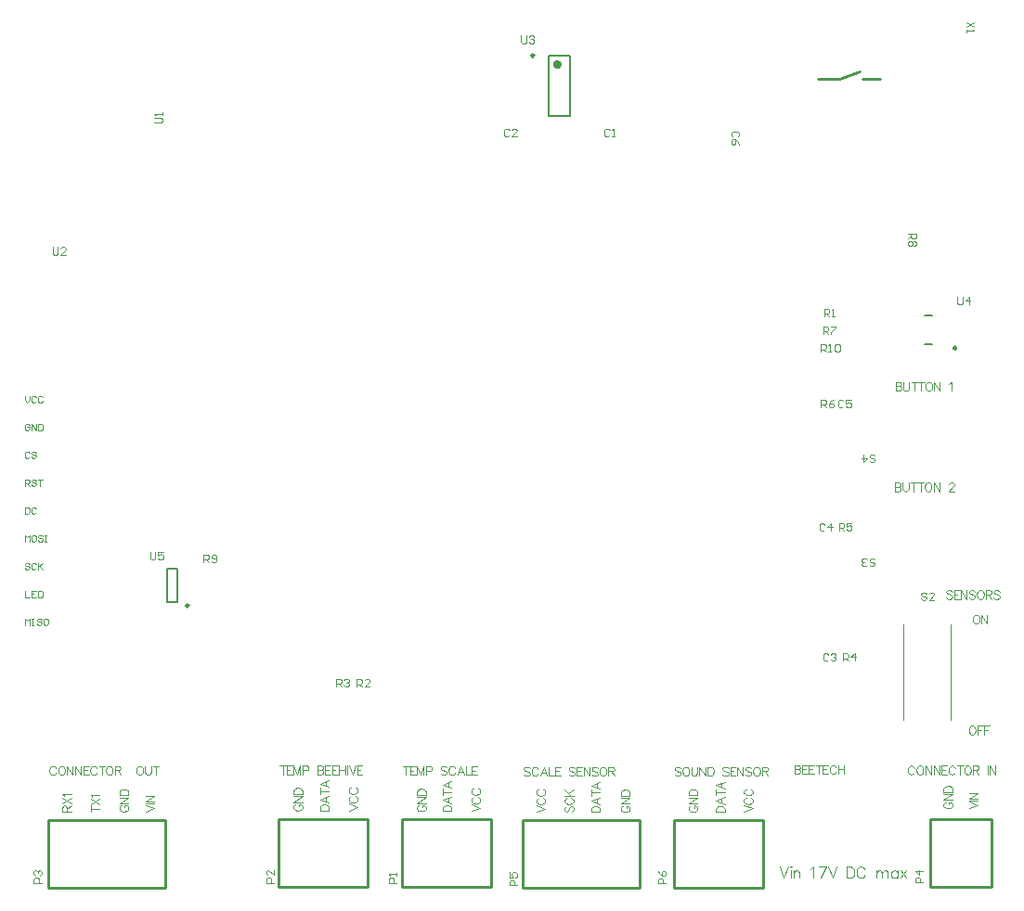
<source format=gto>
G04*
G04 #@! TF.GenerationSoftware,Altium Limited,Altium Designer,20.1.14 (287)*
G04*
G04 Layer_Color=65535*
%FSLAX44Y44*%
%MOMM*%
G71*
G04*
G04 #@! TF.SameCoordinates,16ADFD51-ADDE-4969-A661-75AF1340BC1C*
G04*
G04*
G04 #@! TF.FilePolarity,Positive*
G04*
G01*
G75*
%ADD10C,0.3000*%
%ADD11C,0.2500*%
%ADD12C,0.4000*%
%ADD13C,0.2000*%
%ADD14C,0.1000*%
%ADD15C,0.2540*%
D10*
X852098Y493240D02*
G03*
X852098Y493240I-718J0D01*
G01*
D11*
X467615Y760254D02*
G03*
X467615Y760254I-1250J0D01*
G01*
X152546Y258250D02*
G03*
X152546Y258250I-1250J0D01*
G01*
D12*
X490865Y751954D02*
G03*
X490865Y751954I-2000J0D01*
G01*
D13*
X824250Y497000D02*
X830250D01*
X824250Y522750D02*
X830250D01*
X480864Y704954D02*
Y759954D01*
X500365Y704954D02*
Y759954D01*
X480864D02*
X500365D01*
X480864Y704954D02*
X500365D01*
X133296Y261500D02*
Y291500D01*
X142296Y261500D02*
Y291500D01*
X133296D02*
X142296D01*
X133296Y261500D02*
X142296D01*
D14*
X847500Y153930D02*
Y240930D01*
X804500Y153930D02*
Y240930D01*
X691626Y19748D02*
X695435Y9750D01*
X699243Y19748D02*
X695435Y9750D01*
X701481Y19748D02*
X701957Y19272D01*
X702433Y19748D01*
X701957Y20224D01*
X701481Y19748D01*
X701957Y16415D02*
Y9750D01*
X704195Y16415D02*
Y9750D01*
Y14511D02*
X705623Y15939D01*
X706575Y16415D01*
X708003D01*
X708956Y15939D01*
X709432Y14511D01*
Y9750D01*
X719906Y17844D02*
X720858Y18320D01*
X722286Y19748D01*
Y9750D01*
X733903Y19748D02*
X729142Y9750D01*
X727237Y19748D02*
X733903D01*
X736140D02*
X739949Y9750D01*
X743758Y19748D02*
X739949Y9750D01*
X752899Y19748D02*
Y9750D01*
Y19748D02*
X756231D01*
X757660Y19272D01*
X758612Y18320D01*
X759088Y17367D01*
X759564Y15939D01*
Y13559D01*
X759088Y12130D01*
X758612Y11178D01*
X757660Y10226D01*
X756231Y9750D01*
X752899D01*
X768943Y17367D02*
X768467Y18320D01*
X767514Y19272D01*
X766562Y19748D01*
X764658D01*
X763706Y19272D01*
X762754Y18320D01*
X762278Y17367D01*
X761801Y15939D01*
Y13559D01*
X762278Y12130D01*
X762754Y11178D01*
X763706Y10226D01*
X764658Y9750D01*
X766562D01*
X767514Y10226D01*
X768467Y11178D01*
X768943Y12130D01*
X779607Y16415D02*
Y9750D01*
Y14511D02*
X781035Y15939D01*
X781988Y16415D01*
X783416D01*
X784368Y15939D01*
X784844Y14511D01*
Y9750D01*
Y14511D02*
X786272Y15939D01*
X787225Y16415D01*
X788653D01*
X789605Y15939D01*
X790081Y14511D01*
Y9750D01*
X798936Y16415D02*
Y9750D01*
Y14987D02*
X797984Y15939D01*
X797032Y16415D01*
X795604D01*
X794651Y15939D01*
X793699Y14987D01*
X793223Y13559D01*
Y12607D01*
X793699Y11178D01*
X794651Y10226D01*
X795604Y9750D01*
X797032D01*
X797984Y10226D01*
X798936Y11178D01*
X801602Y16415D02*
X806839Y9750D01*
Y16415D02*
X801602Y9750D01*
X3302Y240538D02*
Y246536D01*
X5301Y244537D01*
X7301Y246536D01*
Y240538D01*
X9300Y246536D02*
X11299D01*
X10300D01*
Y240538D01*
X9300D01*
X11299D01*
X18297Y245536D02*
X17298Y246536D01*
X15298D01*
X14298Y245536D01*
Y244537D01*
X15298Y243537D01*
X17298D01*
X18297Y242537D01*
Y241538D01*
X17298Y240538D01*
X15298D01*
X14298Y241538D01*
X23296Y246536D02*
X21296D01*
X20296Y245536D01*
Y241538D01*
X21296Y240538D01*
X23296D01*
X24295Y241538D01*
Y245536D01*
X23296Y246536D01*
X3302Y316738D02*
Y322736D01*
X5301Y320737D01*
X7301Y322736D01*
Y316738D01*
X12299Y322736D02*
X10300D01*
X9300Y321736D01*
Y317738D01*
X10300Y316738D01*
X12299D01*
X13299Y317738D01*
Y321736D01*
X12299Y322736D01*
X19297Y321736D02*
X18297Y322736D01*
X16298D01*
X15298Y321736D01*
Y320737D01*
X16298Y319737D01*
X18297D01*
X19297Y318737D01*
Y317738D01*
X18297Y316738D01*
X16298D01*
X15298Y317738D01*
X21296Y322736D02*
X23296D01*
X22296D01*
Y316738D01*
X21296D01*
X23296D01*
X7301Y296336D02*
X6301Y297336D01*
X4302D01*
X3302Y296336D01*
Y295337D01*
X4302Y294337D01*
X6301D01*
X7301Y293337D01*
Y292338D01*
X6301Y291338D01*
X4302D01*
X3302Y292338D01*
X13299Y296336D02*
X12299Y297336D01*
X10300D01*
X9300Y296336D01*
Y292338D01*
X10300Y291338D01*
X12299D01*
X13299Y292338D01*
X15298Y297336D02*
Y291338D01*
Y293337D01*
X19297Y297336D01*
X16298Y294337D01*
X19297Y291338D01*
X3302Y271936D02*
Y265938D01*
X7301D01*
X13299Y271936D02*
X9300D01*
Y265938D01*
X13299D01*
X9300Y268937D02*
X11299D01*
X15298Y271936D02*
Y265938D01*
X18297D01*
X19297Y266938D01*
Y270936D01*
X18297Y271936D01*
X15298D01*
X7301Y397936D02*
X6301Y398936D01*
X4302D01*
X3302Y397936D01*
Y393938D01*
X4302Y392938D01*
X6301D01*
X7301Y393938D01*
X13299Y397936D02*
X12299Y398936D01*
X10300D01*
X9300Y397936D01*
Y396937D01*
X10300Y395937D01*
X12299D01*
X13299Y394937D01*
Y393938D01*
X12299Y392938D01*
X10300D01*
X9300Y393938D01*
X7301Y423336D02*
X6301Y424336D01*
X4302D01*
X3302Y423336D01*
Y419338D01*
X4302Y418338D01*
X6301D01*
X7301Y419338D01*
Y421337D01*
X5301D01*
X9300Y418338D02*
Y424336D01*
X13299Y418338D01*
Y424336D01*
X15298D02*
Y418338D01*
X18297D01*
X19297Y419338D01*
Y423336D01*
X18297Y424336D01*
X15298D01*
X3302Y449736D02*
Y445737D01*
X5301Y443738D01*
X7301Y445737D01*
Y449736D01*
X13299Y448736D02*
X12299Y449736D01*
X10300D01*
X9300Y448736D01*
Y444738D01*
X10300Y443738D01*
X12299D01*
X13299Y444738D01*
X19297Y448736D02*
X18297Y449736D01*
X16298D01*
X15298Y448736D01*
Y444738D01*
X16298Y443738D01*
X18297D01*
X19297Y444738D01*
X3302Y367538D02*
Y373536D01*
X6301D01*
X7301Y372536D01*
Y370537D01*
X6301Y369537D01*
X3302D01*
X5301D02*
X7301Y367538D01*
X13299Y372536D02*
X12299Y373536D01*
X10300D01*
X9300Y372536D01*
Y371537D01*
X10300Y370537D01*
X12299D01*
X13299Y369537D01*
Y368538D01*
X12299Y367538D01*
X10300D01*
X9300Y368538D01*
X15298Y373536D02*
X19297D01*
X17298D01*
Y367538D01*
X3302Y348136D02*
Y342138D01*
X6301D01*
X7301Y343138D01*
Y347136D01*
X6301Y348136D01*
X3302D01*
X13299Y347136D02*
X12299Y348136D01*
X10300D01*
X9300Y347136D01*
Y343138D01*
X10300Y342138D01*
X12299D01*
X13299Y343138D01*
X866443Y148444D02*
X865682Y148063D01*
X864920Y147302D01*
X864539Y146540D01*
X864158Y145397D01*
Y143493D01*
X864539Y142350D01*
X864920Y141589D01*
X865682Y140827D01*
X866443Y140446D01*
X867967D01*
X868728Y140827D01*
X869490Y141589D01*
X869871Y142350D01*
X870252Y143493D01*
Y145397D01*
X869871Y146540D01*
X869490Y147302D01*
X868728Y148063D01*
X867967Y148444D01*
X866443D01*
X872118D02*
Y140446D01*
Y148444D02*
X877069D01*
X872118Y144636D02*
X875165D01*
X877984Y148444D02*
Y140446D01*
Y148444D02*
X882935D01*
X877984Y144636D02*
X881031D01*
X869943Y249928D02*
X869182Y249547D01*
X868420Y248786D01*
X868039Y248024D01*
X867658Y246881D01*
Y244977D01*
X868039Y243834D01*
X868420Y243073D01*
X869182Y242311D01*
X869943Y241930D01*
X871467D01*
X872228Y242311D01*
X872990Y243073D01*
X873371Y243834D01*
X873752Y244977D01*
Y246881D01*
X873371Y248024D01*
X872990Y248786D01*
X872228Y249547D01*
X871467Y249928D01*
X869943D01*
X875618D02*
Y241930D01*
Y249928D02*
X880950Y241930D01*
Y249928D02*
Y241930D01*
X848850Y271107D02*
X848088Y271869D01*
X846946Y272249D01*
X845422D01*
X844280Y271869D01*
X843518Y271107D01*
Y270345D01*
X843899Y269583D01*
X844280Y269202D01*
X845042Y268822D01*
X847327Y268060D01*
X848088Y267679D01*
X848469Y267298D01*
X848850Y266536D01*
Y265394D01*
X848088Y264632D01*
X846946Y264251D01*
X845422D01*
X844280Y264632D01*
X843518Y265394D01*
X855592Y272249D02*
X850640D01*
Y264251D01*
X855592D01*
X850640Y268441D02*
X853687D01*
X856925Y272249D02*
Y264251D01*
Y272249D02*
X862257Y264251D01*
Y272249D02*
Y264251D01*
X869798Y271107D02*
X869036Y271869D01*
X867894Y272249D01*
X866370D01*
X865228Y271869D01*
X864466Y271107D01*
Y270345D01*
X864847Y269583D01*
X865228Y269202D01*
X865989Y268822D01*
X868275Y268060D01*
X869036Y267679D01*
X869417Y267298D01*
X869798Y266536D01*
Y265394D01*
X869036Y264632D01*
X867894Y264251D01*
X866370D01*
X865228Y264632D01*
X864466Y265394D01*
X873873Y272249D02*
X873112Y271869D01*
X872350Y271107D01*
X871969Y270345D01*
X871588Y269202D01*
Y267298D01*
X871969Y266155D01*
X872350Y265394D01*
X873112Y264632D01*
X873873Y264251D01*
X875397D01*
X876159Y264632D01*
X876920Y265394D01*
X877301Y266155D01*
X877682Y267298D01*
Y269202D01*
X877301Y270345D01*
X876920Y271107D01*
X876159Y271869D01*
X875397Y272249D01*
X873873D01*
X879548D02*
Y264251D01*
Y272249D02*
X882976D01*
X884119Y271869D01*
X884500Y271488D01*
X884881Y270726D01*
Y269964D01*
X884500Y269202D01*
X884119Y268822D01*
X882976Y268441D01*
X879548D01*
X882215D02*
X884881Y264251D01*
X892003Y271107D02*
X891241Y271869D01*
X890098Y272249D01*
X888575D01*
X887432Y271869D01*
X886671Y271107D01*
Y270345D01*
X887052Y269583D01*
X887432Y269202D01*
X888194Y268822D01*
X890479Y268060D01*
X891241Y267679D01*
X891622Y267298D01*
X892003Y266536D01*
Y265394D01*
X891241Y264632D01*
X890098Y264251D01*
X888575D01*
X887432Y264632D01*
X886671Y265394D01*
X797250Y462248D02*
Y454250D01*
Y462248D02*
X800678D01*
X801820Y461867D01*
X802201Y461487D01*
X802582Y460725D01*
Y459963D01*
X802201Y459201D01*
X801820Y458820D01*
X800678Y458440D01*
X797250D02*
X800678D01*
X801820Y458059D01*
X802201Y457678D01*
X802582Y456916D01*
Y455774D01*
X802201Y455012D01*
X801820Y454631D01*
X800678Y454250D01*
X797250D01*
X804372Y462248D02*
Y456535D01*
X804753Y455393D01*
X805515Y454631D01*
X806657Y454250D01*
X807419D01*
X808562Y454631D01*
X809324Y455393D01*
X809705Y456535D01*
Y462248D01*
X814580D02*
Y454250D01*
X811914Y462248D02*
X817246D01*
X820864D02*
Y454250D01*
X818198Y462248D02*
X823530D01*
X826768D02*
X826006Y461867D01*
X825244Y461106D01*
X824863Y460344D01*
X824482Y459201D01*
Y457297D01*
X824863Y456154D01*
X825244Y455393D01*
X826006Y454631D01*
X826768Y454250D01*
X828291D01*
X829053Y454631D01*
X829815Y455393D01*
X830195Y456154D01*
X830576Y457297D01*
Y459201D01*
X830195Y460344D01*
X829815Y461106D01*
X829053Y461867D01*
X828291Y462248D01*
X826768D01*
X832442D02*
Y454250D01*
Y462248D02*
X837775Y454250D01*
Y462248D02*
Y454250D01*
X846268Y460725D02*
X847030Y461106D01*
X848173Y462248D01*
Y454250D01*
X796750Y370498D02*
Y362500D01*
Y370498D02*
X800178D01*
X801320Y370117D01*
X801701Y369737D01*
X802082Y368975D01*
Y368213D01*
X801701Y367451D01*
X801320Y367070D01*
X800178Y366690D01*
X796750D02*
X800178D01*
X801320Y366309D01*
X801701Y365928D01*
X802082Y365166D01*
Y364024D01*
X801701Y363262D01*
X801320Y362881D01*
X800178Y362500D01*
X796750D01*
X803872Y370498D02*
Y364785D01*
X804253Y363643D01*
X805015Y362881D01*
X806158Y362500D01*
X806919D01*
X808062Y362881D01*
X808824Y363643D01*
X809204Y364785D01*
Y370498D01*
X814080D02*
Y362500D01*
X811413Y370498D02*
X816746D01*
X820364D02*
Y362500D01*
X817698Y370498D02*
X823030D01*
X826267D02*
X825506Y370117D01*
X824744Y369356D01*
X824363Y368594D01*
X823982Y367451D01*
Y365547D01*
X824363Y364404D01*
X824744Y363643D01*
X825506Y362881D01*
X826267Y362500D01*
X827791D01*
X828553Y362881D01*
X829314Y363643D01*
X829695Y364404D01*
X830076Y365547D01*
Y367451D01*
X829695Y368594D01*
X829314Y369356D01*
X828553Y370117D01*
X827791Y370498D01*
X826267D01*
X831943D02*
Y362500D01*
Y370498D02*
X837275Y362500D01*
Y370498D02*
Y362500D01*
X846149Y368594D02*
Y368975D01*
X846530Y369737D01*
X846911Y370117D01*
X847673Y370498D01*
X849196D01*
X849958Y370117D01*
X850339Y369737D01*
X850719Y368975D01*
Y368213D01*
X850339Y367451D01*
X849577Y366309D01*
X845768Y362500D01*
X851100D01*
X704969Y112498D02*
Y104500D01*
Y112498D02*
X708397D01*
X709540Y112117D01*
X709921Y111737D01*
X710301Y110975D01*
Y110213D01*
X709921Y109451D01*
X709540Y109070D01*
X708397Y108690D01*
X704969D02*
X708397D01*
X709540Y108309D01*
X709921Y107928D01*
X710301Y107166D01*
Y106024D01*
X709921Y105262D01*
X709540Y104881D01*
X708397Y104500D01*
X704969D01*
X717043Y112498D02*
X712092D01*
Y104500D01*
X717043D01*
X712092Y108690D02*
X715138D01*
X723327Y112498D02*
X718376D01*
Y104500D01*
X723327D01*
X718376Y108690D02*
X721423D01*
X727326Y112498D02*
Y104500D01*
X724660Y112498D02*
X729992D01*
X735896D02*
X730945D01*
Y104500D01*
X735896D01*
X730945Y108690D02*
X733992D01*
X742942Y110594D02*
X742561Y111356D01*
X741799Y112117D01*
X741038Y112498D01*
X739514D01*
X738753Y112117D01*
X737991Y111356D01*
X737610Y110594D01*
X737229Y109451D01*
Y107547D01*
X737610Y106404D01*
X737991Y105643D01*
X738753Y104881D01*
X739514Y104500D01*
X741038D01*
X741799Y104881D01*
X742561Y105643D01*
X742942Y106404D01*
X745189Y112498D02*
Y104500D01*
X750521Y112498D02*
Y104500D01*
X745189Y108690D02*
X750521D01*
X864254Y73136D02*
X872252Y76183D01*
X864254Y79230D02*
X872252Y76183D01*
X864254Y80258D02*
X872252D01*
X864254Y81934D02*
X872252D01*
X864254D02*
X872252Y87266D01*
X864254D02*
X872252D01*
X843044Y78849D02*
X842282Y78468D01*
X841521Y77706D01*
X841140Y76945D01*
Y75421D01*
X841521Y74660D01*
X842282Y73898D01*
X843044Y73517D01*
X844187Y73136D01*
X846091D01*
X847234Y73517D01*
X847995Y73898D01*
X848757Y74660D01*
X849138Y75421D01*
Y76945D01*
X848757Y77706D01*
X847995Y78468D01*
X847234Y78849D01*
X846091D01*
Y76945D02*
Y78849D01*
X841140Y80677D02*
X849138D01*
X841140D02*
X849138Y86010D01*
X841140D02*
X849138D01*
X841140Y88218D02*
X849138D01*
X841140D02*
Y90885D01*
X841521Y92027D01*
X842282Y92789D01*
X843044Y93170D01*
X844187Y93551D01*
X846091D01*
X847234Y93170D01*
X847995Y92789D01*
X848757Y92027D01*
X849138Y90885D01*
Y88218D01*
X519752Y69720D02*
X527750D01*
X519752D02*
Y72386D01*
X520132Y73529D01*
X520894Y74290D01*
X521656Y74671D01*
X522799Y75052D01*
X524703D01*
X525846Y74671D01*
X526607Y74290D01*
X527369Y73529D01*
X527750Y72386D01*
Y69720D01*
Y82936D02*
X519752Y79889D01*
X527750Y76842D01*
X525084Y77985D02*
Y81794D01*
X519752Y87469D02*
X527750D01*
X519752Y84803D02*
Y90135D01*
X527750Y97181D02*
X519752Y94134D01*
X527750Y91087D01*
X525084Y92229D02*
Y96038D01*
X496644Y75052D02*
X495882Y74290D01*
X495502Y73148D01*
Y71624D01*
X495882Y70482D01*
X496644Y69720D01*
X497406D01*
X498168Y70101D01*
X498549Y70482D01*
X498929Y71244D01*
X499691Y73529D01*
X500072Y74290D01*
X500453Y74671D01*
X501215Y75052D01*
X502357D01*
X503119Y74290D01*
X503500Y73148D01*
Y71624D01*
X503119Y70482D01*
X502357Y69720D01*
X497406Y82555D02*
X496644Y82175D01*
X495882Y81413D01*
X495502Y80651D01*
Y79128D01*
X495882Y78366D01*
X496644Y77604D01*
X497406Y77223D01*
X498549Y76842D01*
X500453D01*
X501596Y77223D01*
X502357Y77604D01*
X503119Y78366D01*
X503500Y79128D01*
Y80651D01*
X503119Y81413D01*
X502357Y82175D01*
X501596Y82555D01*
X495502Y84803D02*
X503500D01*
X495502Y90135D02*
X500834Y84803D01*
X498929Y86707D02*
X503500Y90135D01*
X633502Y69970D02*
X641500D01*
X633502D02*
Y72636D01*
X633883Y73779D01*
X634644Y74541D01*
X635406Y74921D01*
X636549Y75302D01*
X638453D01*
X639596Y74921D01*
X640357Y74541D01*
X641119Y73779D01*
X641500Y72636D01*
Y69970D01*
Y83186D02*
X633502Y80139D01*
X641500Y77092D01*
X638834Y78235D02*
Y82044D01*
X633502Y87719D02*
X641500D01*
X633502Y85052D02*
Y90385D01*
X641500Y97431D02*
X633502Y94384D01*
X641500Y91337D01*
X638834Y92479D02*
Y96288D01*
X384300Y70470D02*
X392298D01*
X384300D02*
Y73136D01*
X384680Y74279D01*
X385442Y75040D01*
X386204Y75421D01*
X387347Y75802D01*
X389251D01*
X390394Y75421D01*
X391155Y75040D01*
X391917Y74279D01*
X392298Y73136D01*
Y70470D01*
Y83686D02*
X384300Y80639D01*
X392298Y77592D01*
X389632Y78735D02*
Y82544D01*
X384300Y88219D02*
X392298D01*
X384300Y85553D02*
Y90885D01*
X392298Y97931D02*
X384300Y94884D01*
X392298Y91837D01*
X389632Y92979D02*
Y96788D01*
X362656Y76183D02*
X361894Y75802D01*
X361133Y75040D01*
X360752Y74279D01*
Y72755D01*
X361133Y71993D01*
X361894Y71232D01*
X362656Y70851D01*
X363799Y70470D01*
X365703D01*
X366846Y70851D01*
X367607Y71232D01*
X368369Y71993D01*
X368750Y72755D01*
Y74279D01*
X368369Y75040D01*
X367607Y75802D01*
X366846Y76183D01*
X365703D01*
Y74279D02*
Y76183D01*
X360752Y78011D02*
X368750D01*
X360752D02*
X368750Y83343D01*
X360752D02*
X368750D01*
X360752Y85553D02*
X368750D01*
X360752D02*
Y88219D01*
X361133Y89361D01*
X361894Y90123D01*
X362656Y90504D01*
X363799Y90885D01*
X365703D01*
X366846Y90504D01*
X367607Y90123D01*
X368369Y89361D01*
X368750Y88219D01*
Y85553D01*
X610656Y75683D02*
X609894Y75302D01*
X609132Y74540D01*
X608752Y73779D01*
Y72255D01*
X609132Y71494D01*
X609894Y70732D01*
X610656Y70351D01*
X611799Y69970D01*
X613703D01*
X614846Y70351D01*
X615607Y70732D01*
X616369Y71494D01*
X616750Y72255D01*
Y73779D01*
X616369Y74540D01*
X615607Y75302D01*
X614846Y75683D01*
X613703D01*
Y73779D02*
Y75683D01*
X608752Y77511D02*
X616750D01*
X608752D02*
X616750Y82843D01*
X608752D02*
X616750D01*
X608752Y85052D02*
X616750D01*
X608752D02*
Y87719D01*
X609132Y88861D01*
X609894Y89623D01*
X610656Y90004D01*
X611799Y90385D01*
X613703D01*
X614846Y90004D01*
X615607Y89623D01*
X616369Y88861D01*
X616750Y87719D01*
Y85052D01*
X548906Y75433D02*
X548144Y75052D01*
X547383Y74290D01*
X547002Y73529D01*
Y72005D01*
X547383Y71244D01*
X548144Y70482D01*
X548906Y70101D01*
X550049Y69720D01*
X551953D01*
X553096Y70101D01*
X553857Y70482D01*
X554619Y71244D01*
X555000Y72005D01*
Y73529D01*
X554619Y74290D01*
X553857Y75052D01*
X553096Y75433D01*
X551953D01*
Y73529D02*
Y75433D01*
X547002Y77261D02*
X555000D01*
X547002D02*
X555000Y82593D01*
X547002D02*
X555000D01*
X547002Y84803D02*
X555000D01*
X547002D02*
Y87469D01*
X547383Y88611D01*
X548144Y89373D01*
X548906Y89754D01*
X550049Y90135D01*
X551953D01*
X553096Y89754D01*
X553857Y89373D01*
X554619Y88611D01*
X555000Y87469D01*
Y84803D01*
X469752Y69720D02*
X477750Y72767D01*
X469752Y75814D02*
X477750Y72767D01*
X471656Y82555D02*
X470894Y82175D01*
X470133Y81413D01*
X469752Y80651D01*
Y79127D01*
X470133Y78366D01*
X470894Y77604D01*
X471656Y77223D01*
X472799Y76842D01*
X474703D01*
X475846Y77223D01*
X476607Y77604D01*
X477369Y78366D01*
X477750Y79127D01*
Y80651D01*
X477369Y81413D01*
X476607Y82175D01*
X475846Y82555D01*
X471656Y90515D02*
X470894Y90135D01*
X470133Y89373D01*
X469752Y88611D01*
Y87088D01*
X470133Y86326D01*
X470894Y85564D01*
X471656Y85183D01*
X472799Y84803D01*
X474703D01*
X475846Y85183D01*
X476607Y85564D01*
X477369Y86326D01*
X477750Y87088D01*
Y88611D01*
X477369Y89373D01*
X476607Y90135D01*
X475846Y90515D01*
X659002Y69970D02*
X667000Y73017D01*
X659002Y76064D02*
X667000Y73017D01*
X660906Y82805D02*
X660144Y82424D01*
X659382Y81663D01*
X659002Y80901D01*
Y79377D01*
X659382Y78616D01*
X660144Y77854D01*
X660906Y77473D01*
X662049Y77092D01*
X663953D01*
X665096Y77473D01*
X665857Y77854D01*
X666619Y78616D01*
X667000Y79377D01*
Y80901D01*
X666619Y81663D01*
X665857Y82424D01*
X665096Y82805D01*
X660906Y90766D02*
X660144Y90385D01*
X659382Y89623D01*
X659002Y88861D01*
Y87338D01*
X659382Y86576D01*
X660144Y85814D01*
X660906Y85433D01*
X662049Y85052D01*
X663953D01*
X665096Y85433D01*
X665857Y85814D01*
X666619Y86576D01*
X667000Y87338D01*
Y88861D01*
X666619Y89623D01*
X665857Y90385D01*
X665096Y90766D01*
X410252Y70470D02*
X418250Y73517D01*
X410252Y76564D02*
X418250Y73517D01*
X412156Y83305D02*
X411394Y82924D01*
X410633Y82163D01*
X410252Y81401D01*
Y79878D01*
X410633Y79116D01*
X411394Y78354D01*
X412156Y77973D01*
X413299Y77592D01*
X415203D01*
X416346Y77973D01*
X417107Y78354D01*
X417869Y79116D01*
X418250Y79878D01*
Y81401D01*
X417869Y82163D01*
X417107Y82924D01*
X416346Y83305D01*
X412156Y91266D02*
X411394Y90885D01*
X410633Y90123D01*
X410252Y89361D01*
Y87838D01*
X410633Y87076D01*
X411394Y86314D01*
X412156Y85933D01*
X413299Y85553D01*
X415203D01*
X416346Y85933D01*
X417107Y86314D01*
X417869Y87076D01*
X418250Y87838D01*
Y89361D01*
X417869Y90123D01*
X417107Y90885D01*
X416346Y91266D01*
X298752Y71220D02*
X306750Y74267D01*
X298752Y77314D02*
X306750Y74267D01*
X300656Y84055D02*
X299894Y83674D01*
X299132Y82913D01*
X298752Y82151D01*
Y80627D01*
X299132Y79866D01*
X299894Y79104D01*
X300656Y78723D01*
X301799Y78342D01*
X303703D01*
X304846Y78723D01*
X305607Y79104D01*
X306369Y79866D01*
X306750Y80627D01*
Y82151D01*
X306369Y82913D01*
X305607Y83674D01*
X304846Y84055D01*
X300656Y92015D02*
X299894Y91635D01*
X299132Y90873D01*
X298752Y90111D01*
Y88588D01*
X299132Y87826D01*
X299894Y87064D01*
X300656Y86683D01*
X301799Y86302D01*
X303703D01*
X304846Y86683D01*
X305607Y87064D01*
X306369Y87826D01*
X306750Y88588D01*
Y90111D01*
X306369Y90873D01*
X305607Y91635D01*
X304846Y92015D01*
X272502Y71220D02*
X280500D01*
X272502D02*
Y73886D01*
X272883Y75029D01*
X273644Y75791D01*
X274406Y76171D01*
X275549Y76552D01*
X277453D01*
X278596Y76171D01*
X279357Y75791D01*
X280119Y75029D01*
X280500Y73886D01*
Y71220D01*
Y84436D02*
X272502Y81389D01*
X280500Y78342D01*
X277834Y79485D02*
Y83294D01*
X272502Y88969D02*
X280500D01*
X272502Y86302D02*
Y91635D01*
X280500Y98681D02*
X272502Y95634D01*
X280500Y92587D01*
X277834Y93729D02*
Y97538D01*
X250152Y76933D02*
X249390Y76552D01*
X248629Y75791D01*
X248248Y75029D01*
Y73505D01*
X248629Y72744D01*
X249390Y71982D01*
X250152Y71601D01*
X251295Y71220D01*
X253199D01*
X254342Y71601D01*
X255103Y71982D01*
X255865Y72744D01*
X256246Y73505D01*
Y75029D01*
X255865Y75791D01*
X255103Y76552D01*
X254342Y76933D01*
X253199D01*
Y75029D02*
Y76933D01*
X248248Y78761D02*
X256246D01*
X248248D02*
X256246Y84094D01*
X248248D02*
X256246D01*
X248248Y86302D02*
X256246D01*
X248248D02*
Y88969D01*
X248629Y90111D01*
X249390Y90873D01*
X250152Y91254D01*
X251295Y91635D01*
X253199D01*
X254342Y91254D01*
X255103Y90873D01*
X255865Y90111D01*
X256246Y88969D01*
Y86302D01*
X814179Y110094D02*
X813798Y110856D01*
X813036Y111617D01*
X812275Y111998D01*
X810751D01*
X809989Y111617D01*
X809228Y110856D01*
X808847Y110094D01*
X808466Y108951D01*
Y107047D01*
X808847Y105904D01*
X809228Y105143D01*
X809989Y104381D01*
X810751Y104000D01*
X812275D01*
X813036Y104381D01*
X813798Y105143D01*
X814179Y105904D01*
X818711Y111998D02*
X817950Y111617D01*
X817188Y110856D01*
X816807Y110094D01*
X816426Y108951D01*
Y107047D01*
X816807Y105904D01*
X817188Y105143D01*
X817950Y104381D01*
X818711Y104000D01*
X820235D01*
X820997Y104381D01*
X821758Y105143D01*
X822139Y105904D01*
X822520Y107047D01*
Y108951D01*
X822139Y110094D01*
X821758Y110856D01*
X820997Y111617D01*
X820235Y111998D01*
X818711D01*
X824386D02*
Y104000D01*
Y111998D02*
X829719Y104000D01*
Y111998D02*
Y104000D01*
X831928Y111998D02*
Y104000D01*
Y111998D02*
X837260Y104000D01*
Y111998D02*
Y104000D01*
X844420Y111998D02*
X839469D01*
Y104000D01*
X844420D01*
X839469Y108190D02*
X842516D01*
X851466Y110094D02*
X851086Y110856D01*
X850324Y111617D01*
X849562Y111998D01*
X848038D01*
X847277Y111617D01*
X846515Y110856D01*
X846134Y110094D01*
X845753Y108951D01*
Y107047D01*
X846134Y105904D01*
X846515Y105143D01*
X847277Y104381D01*
X848038Y104000D01*
X849562D01*
X850324Y104381D01*
X851086Y105143D01*
X851466Y105904D01*
X856380Y111998D02*
Y104000D01*
X853714Y111998D02*
X859046D01*
X862283D02*
X861521Y111617D01*
X860760Y110856D01*
X860379Y110094D01*
X859998Y108951D01*
Y107047D01*
X860379Y105904D01*
X860760Y105143D01*
X861521Y104381D01*
X862283Y104000D01*
X863807D01*
X864568Y104381D01*
X865330Y105143D01*
X865711Y105904D01*
X866092Y107047D01*
Y108951D01*
X865711Y110094D01*
X865330Y110856D01*
X864568Y111617D01*
X863807Y111998D01*
X862283D01*
X867958D02*
Y104000D01*
Y111998D02*
X871386D01*
X872529Y111617D01*
X872909Y111237D01*
X873290Y110475D01*
Y109713D01*
X872909Y108951D01*
X872529Y108570D01*
X871386Y108190D01*
X867958D01*
X870624D02*
X873290Y104000D01*
X881365Y111998D02*
Y104000D01*
X883041Y111998D02*
Y104000D01*
Y111998D02*
X888373Y104000D01*
Y111998D02*
Y104000D01*
X601192Y109856D02*
X600430Y110617D01*
X599288Y110998D01*
X597764D01*
X596622Y110617D01*
X595860Y109856D01*
Y109094D01*
X596241Y108332D01*
X596622Y107951D01*
X597383Y107570D01*
X599669Y106809D01*
X600430Y106428D01*
X600811Y106047D01*
X601192Y105285D01*
Y104143D01*
X600430Y103381D01*
X599288Y103000D01*
X597764D01*
X596622Y103381D01*
X595860Y104143D01*
X605267Y110998D02*
X604506Y110617D01*
X603744Y109856D01*
X603363Y109094D01*
X602982Y107951D01*
Y106047D01*
X603363Y104904D01*
X603744Y104143D01*
X604506Y103381D01*
X605267Y103000D01*
X606791D01*
X607553Y103381D01*
X608314Y104143D01*
X608695Y104904D01*
X609076Y106047D01*
Y107951D01*
X608695Y109094D01*
X608314Y109856D01*
X607553Y110617D01*
X606791Y110998D01*
X605267D01*
X610942D02*
Y105285D01*
X611323Y104143D01*
X612085Y103381D01*
X613228Y103000D01*
X613989D01*
X615132Y103381D01*
X615894Y104143D01*
X616275Y105285D01*
Y110998D01*
X618484D02*
Y103000D01*
Y110998D02*
X623816Y103000D01*
Y110998D02*
Y103000D01*
X626025Y110998D02*
Y103000D01*
Y110998D02*
X628691D01*
X629834Y110617D01*
X630595Y109856D01*
X630976Y109094D01*
X631357Y107951D01*
Y106047D01*
X630976Y104904D01*
X630595Y104143D01*
X629834Y103381D01*
X628691Y103000D01*
X626025D01*
X644764Y109856D02*
X644002Y110617D01*
X642859Y110998D01*
X641336D01*
X640193Y110617D01*
X639432Y109856D01*
Y109094D01*
X639813Y108332D01*
X640193Y107951D01*
X640955Y107570D01*
X643240Y106809D01*
X644002Y106428D01*
X644383Y106047D01*
X644764Y105285D01*
Y104143D01*
X644002Y103381D01*
X642859Y103000D01*
X641336D01*
X640193Y103381D01*
X639432Y104143D01*
X651505Y110998D02*
X646554D01*
Y103000D01*
X651505D01*
X646554Y107190D02*
X649601D01*
X652838Y110998D02*
Y103000D01*
Y110998D02*
X658170Y103000D01*
Y110998D02*
Y103000D01*
X665712Y109856D02*
X664950Y110617D01*
X663807Y110998D01*
X662284D01*
X661141Y110617D01*
X660379Y109856D01*
Y109094D01*
X660760Y108332D01*
X661141Y107951D01*
X661903Y107570D01*
X664188Y106809D01*
X664950Y106428D01*
X665331Y106047D01*
X665712Y105285D01*
Y104143D01*
X664950Y103381D01*
X663807Y103000D01*
X662284D01*
X661141Y103381D01*
X660379Y104143D01*
X669787Y110998D02*
X669025Y110617D01*
X668264Y109856D01*
X667883Y109094D01*
X667502Y107951D01*
Y106047D01*
X667883Y104904D01*
X668264Y104143D01*
X669025Y103381D01*
X669787Y103000D01*
X671311D01*
X672072Y103381D01*
X672834Y104143D01*
X673215Y104904D01*
X673596Y106047D01*
Y107951D01*
X673215Y109094D01*
X672834Y109856D01*
X672072Y110617D01*
X671311Y110998D01*
X669787D01*
X675462D02*
Y103000D01*
Y110998D02*
X678890D01*
X680033Y110617D01*
X680413Y110237D01*
X680794Y109475D01*
Y108713D01*
X680413Y107951D01*
X680033Y107570D01*
X678890Y107190D01*
X675462D01*
X678128D02*
X680794Y103000D01*
X463642Y109606D02*
X462880Y110367D01*
X461738Y110748D01*
X460214D01*
X459072Y110367D01*
X458310Y109606D01*
Y108844D01*
X458691Y108082D01*
X459072Y107701D01*
X459833Y107320D01*
X462119Y106559D01*
X462880Y106178D01*
X463261Y105797D01*
X463642Y105035D01*
Y103893D01*
X462880Y103131D01*
X461738Y102750D01*
X460214D01*
X459072Y103131D01*
X458310Y103893D01*
X471145Y108844D02*
X470765Y109606D01*
X470003Y110367D01*
X469241Y110748D01*
X467718D01*
X466956Y110367D01*
X466194Y109606D01*
X465813Y108844D01*
X465432Y107701D01*
Y105797D01*
X465813Y104654D01*
X466194Y103893D01*
X466956Y103131D01*
X467718Y102750D01*
X469241D01*
X470003Y103131D01*
X470765Y103893D01*
X471145Y104654D01*
X479486Y102750D02*
X476439Y110748D01*
X473392Y102750D01*
X474535Y105416D02*
X478344D01*
X481353Y110748D02*
Y102750D01*
X485923D01*
X491750Y110748D02*
X486799D01*
Y102750D01*
X491750D01*
X486799Y106940D02*
X489846D01*
X504700Y109606D02*
X503938Y110367D01*
X502796Y110748D01*
X501272D01*
X500130Y110367D01*
X499368Y109606D01*
Y108844D01*
X499749Y108082D01*
X500130Y107701D01*
X500891Y107320D01*
X503177Y106559D01*
X503938Y106178D01*
X504319Y105797D01*
X504700Y105035D01*
Y103893D01*
X503938Y103131D01*
X502796Y102750D01*
X501272D01*
X500130Y103131D01*
X499368Y103893D01*
X511441Y110748D02*
X506490D01*
Y102750D01*
X511441D01*
X506490Y106940D02*
X509537D01*
X512775Y110748D02*
Y102750D01*
Y110748D02*
X518107Y102750D01*
Y110748D02*
Y102750D01*
X525648Y109606D02*
X524886Y110367D01*
X523744Y110748D01*
X522220D01*
X521077Y110367D01*
X520316Y109606D01*
Y108844D01*
X520697Y108082D01*
X521077Y107701D01*
X521839Y107320D01*
X524124Y106559D01*
X524886Y106178D01*
X525267Y105797D01*
X525648Y105035D01*
Y103893D01*
X524886Y103131D01*
X523744Y102750D01*
X522220D01*
X521077Y103131D01*
X520316Y103893D01*
X529723Y110748D02*
X528962Y110367D01*
X528200Y109606D01*
X527819Y108844D01*
X527438Y107701D01*
Y105797D01*
X527819Y104654D01*
X528200Y103893D01*
X528962Y103131D01*
X529723Y102750D01*
X531247D01*
X532009Y103131D01*
X532770Y103893D01*
X533151Y104654D01*
X533532Y105797D01*
Y107701D01*
X533151Y108844D01*
X532770Y109606D01*
X532009Y110367D01*
X531247Y110748D01*
X529723D01*
X535398D02*
Y102750D01*
Y110748D02*
X538826D01*
X539969Y110367D01*
X540350Y109986D01*
X540731Y109225D01*
Y108463D01*
X540350Y107701D01*
X539969Y107320D01*
X538826Y106940D01*
X535398D01*
X538064D02*
X540731Y102750D01*
X350876Y111498D02*
Y103500D01*
X348210Y111498D02*
X353542D01*
X359446D02*
X354494D01*
Y103500D01*
X359446D01*
X354494Y107690D02*
X357541D01*
X360779Y111498D02*
Y103500D01*
Y111498D02*
X363826Y103500D01*
X366873Y111498D02*
X363826Y103500D01*
X366873Y111498D02*
Y103500D01*
X369158Y107309D02*
X372586D01*
X373728Y107690D01*
X374109Y108070D01*
X374490Y108832D01*
Y109975D01*
X374109Y110737D01*
X373728Y111117D01*
X372586Y111498D01*
X369158D01*
Y103500D01*
X387897Y110356D02*
X387135Y111117D01*
X385992Y111498D01*
X384469D01*
X383326Y111117D01*
X382565Y110356D01*
Y109594D01*
X382945Y108832D01*
X383326Y108451D01*
X384088Y108070D01*
X386373Y107309D01*
X387135Y106928D01*
X387516Y106547D01*
X387897Y105785D01*
Y104643D01*
X387135Y103881D01*
X385992Y103500D01*
X384469D01*
X383326Y103881D01*
X382565Y104643D01*
X395400Y109594D02*
X395019Y110356D01*
X394257Y111117D01*
X393495Y111498D01*
X391972D01*
X391210Y111117D01*
X390448Y110356D01*
X390068Y109594D01*
X389687Y108451D01*
Y106547D01*
X390068Y105404D01*
X390448Y104643D01*
X391210Y103881D01*
X391972Y103500D01*
X393495D01*
X394257Y103881D01*
X395019Y104643D01*
X395400Y105404D01*
X403741Y103500D02*
X400694Y111498D01*
X397647Y103500D01*
X398790Y106166D02*
X402598D01*
X405607Y111498D02*
Y103500D01*
X410178D01*
X416005Y111498D02*
X411054D01*
Y103500D01*
X416005D01*
X411054Y107690D02*
X414101D01*
X238403Y112248D02*
Y104250D01*
X235737Y112248D02*
X241069D01*
X246973D02*
X242022D01*
Y104250D01*
X246973D01*
X242022Y108440D02*
X245068D01*
X248306Y112248D02*
Y104250D01*
Y112248D02*
X251353Y104250D01*
X254400Y112248D02*
X251353Y104250D01*
X254400Y112248D02*
Y104250D01*
X256685Y108059D02*
X260113D01*
X261255Y108440D01*
X261636Y108820D01*
X262017Y109582D01*
Y110725D01*
X261636Y111487D01*
X261255Y111867D01*
X260113Y112248D01*
X256685D01*
Y104250D01*
X270092Y112248D02*
Y104250D01*
Y112248D02*
X273520D01*
X274662Y111867D01*
X275043Y111487D01*
X275424Y110725D01*
Y109963D01*
X275043Y109201D01*
X274662Y108820D01*
X273520Y108440D01*
X270092D02*
X273520D01*
X274662Y108059D01*
X275043Y107678D01*
X275424Y106916D01*
Y105773D01*
X275043Y105012D01*
X274662Y104631D01*
X273520Y104250D01*
X270092D01*
X282165Y112248D02*
X277214D01*
Y104250D01*
X282165D01*
X277214Y108440D02*
X280261D01*
X288450Y112248D02*
X283498D01*
Y104250D01*
X288450D01*
X283498Y108440D02*
X286545D01*
X289783Y112248D02*
Y104250D01*
X295115Y112248D02*
Y104250D01*
X289783Y108440D02*
X295115D01*
X297324Y112248D02*
Y104250D01*
X299000Y112248D02*
X302047Y104250D01*
X305094Y112248D02*
X302047Y104250D01*
X311073Y112248D02*
X306122D01*
Y104250D01*
X311073D01*
X306122Y108440D02*
X309169D01*
X31425Y109844D02*
X31044Y110606D01*
X30282Y111367D01*
X29521Y111748D01*
X27997D01*
X27236Y111367D01*
X26474Y110606D01*
X26093Y109844D01*
X25712Y108701D01*
Y106797D01*
X26093Y105654D01*
X26474Y104893D01*
X27236Y104131D01*
X27997Y103750D01*
X29521D01*
X30282Y104131D01*
X31044Y104893D01*
X31425Y105654D01*
X35958Y111748D02*
X35196Y111367D01*
X34434Y110606D01*
X34053Y109844D01*
X33672Y108701D01*
Y106797D01*
X34053Y105654D01*
X34434Y104893D01*
X35196Y104131D01*
X35958Y103750D01*
X37481D01*
X38243Y104131D01*
X39004Y104893D01*
X39385Y105654D01*
X39766Y106797D01*
Y108701D01*
X39385Y109844D01*
X39004Y110606D01*
X38243Y111367D01*
X37481Y111748D01*
X35958D01*
X41632D02*
Y103750D01*
Y111748D02*
X46965Y103750D01*
Y111748D02*
Y103750D01*
X49174Y111748D02*
Y103750D01*
Y111748D02*
X54506Y103750D01*
Y111748D02*
Y103750D01*
X61666Y111748D02*
X56715D01*
Y103750D01*
X61666D01*
X56715Y107940D02*
X59762D01*
X68712Y109844D02*
X68331Y110606D01*
X67570Y111367D01*
X66808Y111748D01*
X65285D01*
X64523Y111367D01*
X63761Y110606D01*
X63380Y109844D01*
X62999Y108701D01*
Y106797D01*
X63380Y105654D01*
X63761Y104893D01*
X64523Y104131D01*
X65285Y103750D01*
X66808D01*
X67570Y104131D01*
X68331Y104893D01*
X68712Y105654D01*
X73626Y111748D02*
Y103750D01*
X70960Y111748D02*
X76292D01*
X79529D02*
X78767Y111367D01*
X78006Y110606D01*
X77625Y109844D01*
X77244Y108701D01*
Y106797D01*
X77625Y105654D01*
X78006Y104893D01*
X78767Y104131D01*
X79529Y103750D01*
X81053D01*
X81814Y104131D01*
X82576Y104893D01*
X82957Y105654D01*
X83338Y106797D01*
Y108701D01*
X82957Y109844D01*
X82576Y110606D01*
X81814Y111367D01*
X81053Y111748D01*
X79529D01*
X85204D02*
Y103750D01*
Y111748D02*
X88632D01*
X89775Y111367D01*
X90155Y110987D01*
X90536Y110225D01*
Y109463D01*
X90155Y108701D01*
X89775Y108321D01*
X88632Y107940D01*
X85204D01*
X87870D02*
X90536Y103750D01*
X107180Y111748D02*
X106419Y111367D01*
X105657Y110606D01*
X105276Y109844D01*
X104895Y108701D01*
Y106797D01*
X105276Y105654D01*
X105657Y104893D01*
X106419Y104131D01*
X107180Y103750D01*
X108704D01*
X109466Y104131D01*
X110227Y104893D01*
X110608Y105654D01*
X110989Y106797D01*
Y108701D01*
X110608Y109844D01*
X110227Y110606D01*
X109466Y111367D01*
X108704Y111748D01*
X107180D01*
X112855D02*
Y106035D01*
X113236Y104893D01*
X113998Y104131D01*
X115141Y103750D01*
X115902D01*
X117045Y104131D01*
X117807Y104893D01*
X118188Y106035D01*
Y111748D01*
X123063D02*
Y103750D01*
X120397Y111748D02*
X125729D01*
X113404Y70220D02*
X121402Y73267D01*
X113404Y76314D02*
X121402Y73267D01*
X113404Y77342D02*
X121402D01*
X113404Y79018D02*
X121402D01*
X113404D02*
X121402Y84350D01*
X113404D02*
X121402D01*
X91308Y75933D02*
X90546Y75552D01*
X89785Y74791D01*
X89404Y74029D01*
Y72505D01*
X89785Y71743D01*
X90546Y70982D01*
X91308Y70601D01*
X92451Y70220D01*
X94355D01*
X95498Y70601D01*
X96259Y70982D01*
X97021Y71743D01*
X97402Y72505D01*
Y74029D01*
X97021Y74791D01*
X96259Y75552D01*
X95498Y75933D01*
X94355D01*
Y74029D02*
Y75933D01*
X89404Y77761D02*
X97402D01*
X89404D02*
X97402Y83094D01*
X89404D02*
X97402D01*
X89404Y85302D02*
X97402D01*
X89404D02*
Y87969D01*
X89785Y89111D01*
X90546Y89873D01*
X91308Y90254D01*
X92451Y90635D01*
X94355D01*
X95498Y90254D01*
X96259Y89873D01*
X97021Y89111D01*
X97402Y87969D01*
Y85302D01*
X63154Y72886D02*
X71152D01*
X63154Y70220D02*
Y75552D01*
Y76504D02*
X71152Y81837D01*
X63154D02*
X71152Y76504D01*
X64677Y83627D02*
X64296Y84388D01*
X63154Y85531D01*
X71152D01*
X37654Y70220D02*
X45652D01*
X37654D02*
Y73648D01*
X38035Y74791D01*
X38416Y75171D01*
X39177Y75552D01*
X39939D01*
X40701Y75171D01*
X41082Y74791D01*
X41462Y73648D01*
Y70220D01*
Y72886D02*
X45652Y75552D01*
X37654Y77342D02*
X45652Y82675D01*
X37654D02*
X45652Y77342D01*
X39177Y84465D02*
X38796Y85226D01*
X37654Y86369D01*
X45652D01*
X729030Y489741D02*
Y496739D01*
X732529D01*
X733696Y495573D01*
Y493240D01*
X732529Y492074D01*
X729030D01*
X731363D02*
X733696Y489741D01*
X736028D02*
X738361D01*
X737195D01*
Y496739D01*
X736028Y495573D01*
X741860D02*
X743026Y496739D01*
X745359D01*
X746525Y495573D01*
Y490907D01*
X745359Y489741D01*
X743026D01*
X741860Y490907D01*
Y495573D01*
X732122Y522281D02*
Y529279D01*
X735621D01*
X736788Y528113D01*
Y525780D01*
X735621Y524614D01*
X732122D01*
X734455D02*
X736788Y522281D01*
X739120D02*
X741453D01*
X740286D01*
Y529279D01*
X739120Y528113D01*
X731251Y506251D02*
Y513249D01*
X734749D01*
X735916Y512083D01*
Y509750D01*
X734749Y508584D01*
X731251D01*
X733583D02*
X735916Y506251D01*
X738248Y513249D02*
X742913D01*
Y512083D01*
X738248Y507417D01*
Y506251D01*
X117662Y307377D02*
Y301546D01*
X118829Y300379D01*
X121161D01*
X122327Y301546D01*
Y307377D01*
X129325D02*
X124660D01*
Y303878D01*
X126993Y305044D01*
X128159D01*
X129325Y303878D01*
Y301546D01*
X128159Y300379D01*
X125826D01*
X124660Y301546D01*
X166182Y297793D02*
Y304791D01*
X169681D01*
X170847Y303625D01*
Y301292D01*
X169681Y300126D01*
X166182D01*
X168515D02*
X170847Y297793D01*
X173180Y298959D02*
X174346Y297793D01*
X176679D01*
X177845Y298959D01*
Y303625D01*
X176679Y304791D01*
X174346D01*
X173180Y303625D01*
Y302458D01*
X174346Y301292D01*
X177845D01*
X868965Y790851D02*
X861967Y786186D01*
X868965D02*
X861967Y790851D01*
Y783853D02*
Y781521D01*
Y782687D01*
X868965D01*
X867799Y783853D01*
X808967Y597831D02*
X815965D01*
Y594333D01*
X814799Y593166D01*
X812466D01*
X811300Y594333D01*
Y597831D01*
Y595499D02*
X808967Y593166D01*
X814799Y590834D02*
X815965Y589667D01*
Y587335D01*
X814799Y586169D01*
X813632D01*
X812466Y587335D01*
X811300Y586169D01*
X810133D01*
X808967Y587335D01*
Y589667D01*
X810133Y590834D01*
X811300D01*
X812466Y589667D01*
X813632Y590834D01*
X814799D01*
X812466Y589667D02*
Y587335D01*
X653439Y686104D02*
X654605Y687270D01*
Y689603D01*
X653439Y690769D01*
X648773D01*
X647607Y689603D01*
Y687270D01*
X648773Y686104D01*
X654605Y679106D02*
X653439Y681439D01*
X651106Y683771D01*
X648773D01*
X647607Y682605D01*
Y680272D01*
X648773Y679106D01*
X649940D01*
X651106Y680272D01*
Y683771D01*
X773564Y390227D02*
X774730Y389061D01*
X777063D01*
X778229Y390227D01*
Y391394D01*
X777063Y392560D01*
X774730D01*
X773564Y393726D01*
Y394893D01*
X774730Y396059D01*
X777063D01*
X778229Y394893D01*
X767732Y396059D02*
Y389061D01*
X771231Y392560D01*
X766566D01*
X773615Y295240D02*
X774781Y294074D01*
X777114D01*
X778280Y295240D01*
Y296407D01*
X777114Y297573D01*
X774781D01*
X773615Y298739D01*
Y299906D01*
X774781Y301072D01*
X777114D01*
X778280Y299906D01*
X771283Y295240D02*
X770116Y294074D01*
X767784D01*
X766617Y295240D01*
Y296407D01*
X767784Y297573D01*
X768950D01*
X767784D01*
X766617Y298739D01*
Y299906D01*
X767784Y301072D01*
X770116D01*
X771283Y299906D01*
X729312Y439001D02*
Y445999D01*
X732811D01*
X733978Y444833D01*
Y442500D01*
X732811Y441334D01*
X729312D01*
X731645D02*
X733978Y439001D01*
X740975Y445999D02*
X738643Y444833D01*
X736310Y442500D01*
Y440167D01*
X737476Y439001D01*
X739809D01*
X740975Y440167D01*
Y441334D01*
X739809Y442500D01*
X736310D01*
X745659Y326751D02*
Y333749D01*
X749158D01*
X750324Y332583D01*
Y330250D01*
X749158Y329084D01*
X745659D01*
X747992D02*
X750324Y326751D01*
X757322Y333749D02*
X752657D01*
Y330250D01*
X754989Y331416D01*
X756156D01*
X757322Y330250D01*
Y327917D01*
X756156Y326751D01*
X753823D01*
X752657Y327917D01*
X749734Y444833D02*
X748568Y445999D01*
X746235D01*
X745069Y444833D01*
Y440167D01*
X746235Y439001D01*
X748568D01*
X749734Y440167D01*
X756732Y445999D02*
X752066D01*
Y442500D01*
X754399Y443666D01*
X755565D01*
X756732Y442500D01*
Y440167D01*
X755565Y439001D01*
X753233D01*
X752066Y440167D01*
X732750Y332057D02*
X731584Y333223D01*
X729251D01*
X728085Y332057D01*
Y327391D01*
X729251Y326225D01*
X731584D01*
X732750Y327391D01*
X738581Y326225D02*
Y333223D01*
X735082Y329724D01*
X739748D01*
X825334Y269083D02*
X824167Y270249D01*
X821835D01*
X820668Y269083D01*
Y267916D01*
X821835Y266750D01*
X824167D01*
X825334Y265584D01*
Y264417D01*
X824167Y263251D01*
X821835D01*
X820668Y264417D01*
X832331Y263251D02*
X827666D01*
X832331Y267916D01*
Y269083D01*
X831165Y270249D01*
X828833D01*
X827666Y269083D01*
X749418Y207666D02*
Y214664D01*
X752917D01*
X754084Y213498D01*
Y211165D01*
X752917Y209999D01*
X749418D01*
X751751D02*
X754084Y207666D01*
X759915D02*
Y214664D01*
X756416Y211165D01*
X761081D01*
X735957Y213498D02*
X734791Y214664D01*
X732458D01*
X731292Y213498D01*
Y208833D01*
X732458Y207666D01*
X734791D01*
X735957Y208833D01*
X738290Y213498D02*
X739456Y214664D01*
X741789D01*
X742955Y213498D01*
Y212332D01*
X741789Y211165D01*
X740622D01*
X741789D01*
X742955Y209999D01*
Y208833D01*
X741789Y207666D01*
X739456D01*
X738290Y208833D01*
X853705Y539947D02*
Y534115D01*
X854871Y532949D01*
X857203D01*
X858370Y534115D01*
Y539947D01*
X864201Y532949D02*
Y539947D01*
X860702Y536448D01*
X865368D01*
X587749Y4419D02*
X580751D01*
Y7917D01*
X581917Y9084D01*
X584250D01*
X585416Y7917D01*
Y4419D01*
X580751Y16082D02*
X581917Y13749D01*
X584250Y11416D01*
X586582D01*
X587749Y12583D01*
Y14915D01*
X586582Y16082D01*
X585416D01*
X584250Y14915D01*
Y11416D01*
X451999Y2919D02*
X445001D01*
Y6417D01*
X446167Y7584D01*
X448500D01*
X449666Y6417D01*
Y2919D01*
X445001Y14582D02*
Y9916D01*
X448500D01*
X447334Y12249D01*
Y13415D01*
X448500Y14582D01*
X450833D01*
X451999Y13415D01*
Y11083D01*
X450833Y9916D01*
X822141Y5344D02*
X815143D01*
Y8843D01*
X816309Y10010D01*
X818642D01*
X819808Y8843D01*
Y5344D01*
X822141Y15841D02*
X815143D01*
X818642Y12342D01*
Y17007D01*
X18401Y4919D02*
X11403D01*
Y8417D01*
X12569Y9584D01*
X14902D01*
X16068Y8417D01*
Y4919D01*
X12569Y11916D02*
X11403Y13083D01*
Y15415D01*
X12569Y16581D01*
X13736D01*
X14902Y15415D01*
Y14249D01*
Y15415D01*
X16068Y16581D01*
X17234D01*
X18401Y15415D01*
Y13083D01*
X17234Y11916D01*
X287169Y184501D02*
Y191499D01*
X290667D01*
X291834Y190333D01*
Y188000D01*
X290667Y186834D01*
X287169D01*
X289501D02*
X291834Y184501D01*
X294166Y190333D02*
X295333Y191499D01*
X297665D01*
X298832Y190333D01*
Y189166D01*
X297665Y188000D01*
X296499D01*
X297665D01*
X298832Y186834D01*
Y185667D01*
X297665Y184501D01*
X295333D01*
X294166Y185667D01*
X305919Y184001D02*
Y190999D01*
X309417D01*
X310584Y189833D01*
Y187500D01*
X309417Y186334D01*
X305919D01*
X308251D02*
X310584Y184001D01*
X317582D02*
X312916D01*
X317582Y188666D01*
Y189833D01*
X316415Y190999D01*
X314083D01*
X312916Y189833D01*
X230249Y5168D02*
X223251D01*
Y8667D01*
X224417Y9834D01*
X226750D01*
X227916Y8667D01*
Y5168D01*
X230249Y16832D02*
Y12166D01*
X225584Y16832D01*
X224417D01*
X223251Y15665D01*
Y13333D01*
X224417Y12166D01*
X342249Y4835D02*
X335251D01*
Y8334D01*
X336417Y9500D01*
X338750D01*
X339916Y8334D01*
Y4835D01*
X342249Y11833D02*
Y14165D01*
Y12999D01*
X335251D01*
X336417Y11833D01*
X455854Y778401D02*
Y772570D01*
X457021Y771403D01*
X459353D01*
X460519Y772570D01*
Y778401D01*
X462852Y777235D02*
X464018Y778401D01*
X466351D01*
X467517Y777235D01*
Y776068D01*
X466351Y774902D01*
X465185D01*
X466351D01*
X467517Y773736D01*
Y772570D01*
X466351Y771403D01*
X464018D01*
X462852Y772570D01*
X28712Y585413D02*
Y579581D01*
X29879Y578415D01*
X32211D01*
X33378Y579581D01*
Y585413D01*
X40375Y578415D02*
X35710D01*
X40375Y583080D01*
Y584247D01*
X39209Y585413D01*
X36877D01*
X35710Y584247D01*
X121401Y698785D02*
X127233D01*
X128399Y699951D01*
Y702284D01*
X127233Y703450D01*
X121401D01*
X128399Y705783D02*
Y708115D01*
Y706949D01*
X121401D01*
X122567Y705783D01*
X444998Y692369D02*
X443832Y693535D01*
X441499D01*
X440333Y692369D01*
Y687703D01*
X441499Y686537D01*
X443832D01*
X444998Y687703D01*
X451996Y686537D02*
X447331D01*
X451996Y691202D01*
Y692369D01*
X450830Y693535D01*
X448497D01*
X447331Y692369D01*
X536483D02*
X535317Y693535D01*
X532984D01*
X531818Y692369D01*
Y687703D01*
X532984Y686537D01*
X535317D01*
X536483Y687703D01*
X538816Y686537D02*
X541148D01*
X539982D01*
Y693535D01*
X538816Y692369D01*
D15*
X829264Y62984D02*
X884890D01*
X829264Y1262D02*
X884890D01*
Y62984D01*
X829264Y1262D02*
Y62984D01*
X766750Y738500D02*
X783250D01*
X746000D02*
X764750Y746000D01*
X726250Y738500D02*
X746000D01*
X24712Y1012D02*
Y62734D01*
X131392Y1012D02*
Y62734D01*
X24712Y1012D02*
X131392D01*
X24712Y62734D02*
X131392D01*
X234737Y1512D02*
Y63234D01*
X316017Y1512D02*
Y63234D01*
X234737Y1512D02*
X316017D01*
X234737Y63234D02*
X316017D01*
X347210Y1262D02*
Y62984D01*
X428490Y1262D02*
Y62984D01*
X347210Y1262D02*
X428490D01*
X347210Y62984D02*
X428490D01*
X457310Y62234D02*
X563990D01*
X457310Y512D02*
X563990D01*
Y62234D01*
X457310Y512D02*
Y62234D01*
X594860Y62484D02*
X676140D01*
X594860Y762D02*
X676140D01*
Y62484D01*
X594860Y762D02*
Y62484D01*
M02*

</source>
